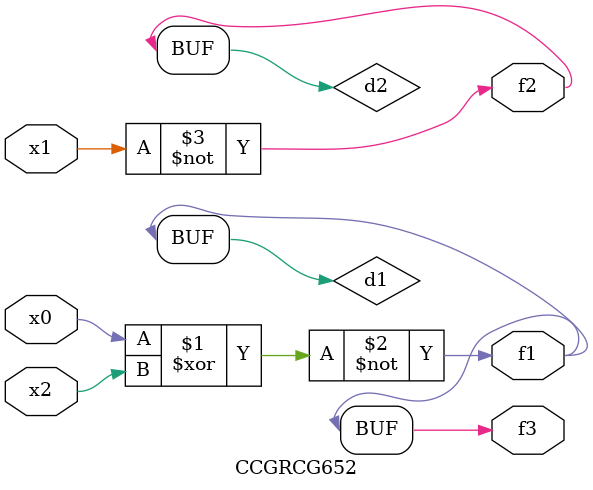
<source format=v>
module CCGRCG652(
	input x0, x1, x2,
	output f1, f2, f3
);

	wire d1, d2, d3;

	xnor (d1, x0, x2);
	nand (d2, x1);
	nor (d3, x1, x2);
	assign f1 = d1;
	assign f2 = d2;
	assign f3 = d1;
endmodule

</source>
